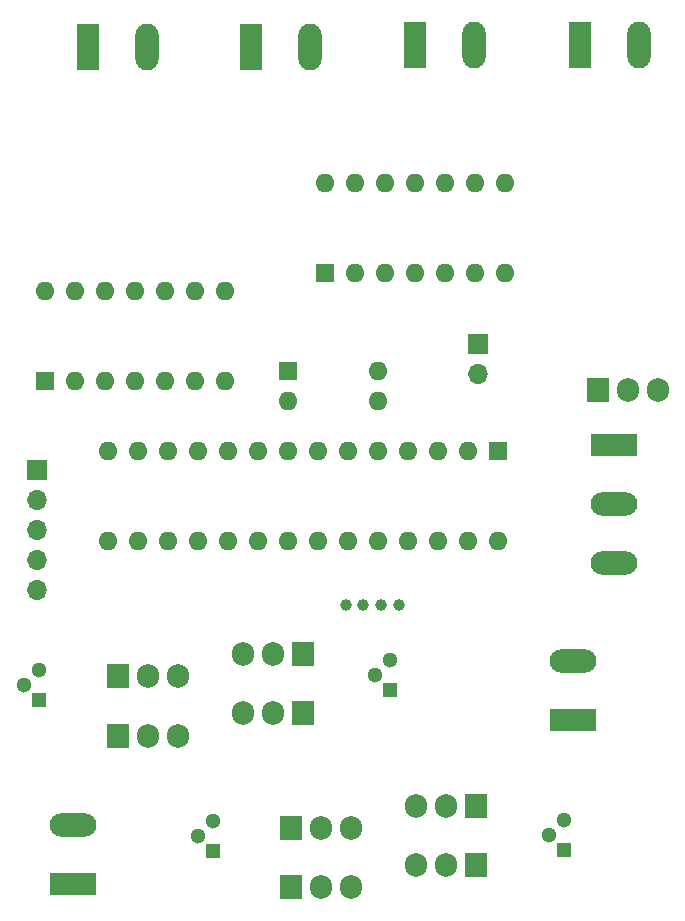
<source format=gbr>
%TF.GenerationSoftware,KiCad,Pcbnew,(6.0.2)*%
%TF.CreationDate,2022-03-08T08:53:01-06:00*%
%TF.ProjectId,FundamentalsRobot,46756e64-616d-4656-9e74-616c73526f62,rev?*%
%TF.SameCoordinates,Original*%
%TF.FileFunction,Soldermask,Bot*%
%TF.FilePolarity,Negative*%
%FSLAX46Y46*%
G04 Gerber Fmt 4.6, Leading zero omitted, Abs format (unit mm)*
G04 Created by KiCad (PCBNEW (6.0.2)) date 2022-03-08 08:53:01*
%MOMM*%
%LPD*%
G01*
G04 APERTURE LIST*
%ADD10R,1.905000X2.000000*%
%ADD11O,1.905000X2.000000*%
%ADD12R,1.300000X1.300000*%
%ADD13C,1.300000*%
%ADD14R,1.700000X1.700000*%
%ADD15O,1.700000X1.700000*%
%ADD16R,1.600000X1.600000*%
%ADD17O,1.600000X1.600000*%
%ADD18R,1.980000X3.960000*%
%ADD19O,1.980000X3.960000*%
%ADD20R,3.960000X1.980000*%
%ADD21O,3.960000X1.980000*%
%ADD22C,1.000000*%
G04 APERTURE END LIST*
D10*
%TO.C,U2*%
X150320000Y-90860000D03*
D11*
X152860000Y-90860000D03*
X155400000Y-90860000D03*
%TD*%
D10*
%TO.C,Q4*%
X125400000Y-118220000D03*
D11*
X122860000Y-118220000D03*
X120320000Y-118220000D03*
%TD*%
D12*
%TO.C,Q12*%
X147440000Y-129775000D03*
D13*
X146170000Y-128505000D03*
X147440000Y-127235000D03*
%TD*%
D14*
%TO.C,SW1*%
X140190000Y-86995000D03*
D15*
X140190000Y-89535000D03*
%TD*%
D16*
%TO.C,U1*%
X127225000Y-80965000D03*
D17*
X129765000Y-80965000D03*
X132305000Y-80965000D03*
X134845000Y-80965000D03*
X137385000Y-80965000D03*
X139925000Y-80965000D03*
X142465000Y-80965000D03*
X142465000Y-73345000D03*
X139925000Y-73345000D03*
X137385000Y-73345000D03*
X134845000Y-73345000D03*
X132305000Y-73345000D03*
X129765000Y-73345000D03*
X127225000Y-73345000D03*
%TD*%
D12*
%TO.C,Q1*%
X103020000Y-117130000D03*
D13*
X101750000Y-115860000D03*
X103020000Y-114590000D03*
%TD*%
D18*
%TO.C,J5*%
X107160000Y-61790000D03*
D19*
X112160000Y-61790000D03*
%TD*%
D20*
%TO.C,J1*%
X151680000Y-95505000D03*
D21*
X151680000Y-100505000D03*
X151680000Y-105505000D03*
%TD*%
D18*
%TO.C,J6*%
X148835000Y-61670000D03*
D19*
X153835000Y-61670000D03*
%TD*%
D10*
%TO.C,Q10*%
X140060000Y-131070000D03*
D11*
X137520000Y-131070000D03*
X134980000Y-131070000D03*
%TD*%
D10*
%TO.C,Q5*%
X125380000Y-113205000D03*
D11*
X122840000Y-113205000D03*
X120300000Y-113205000D03*
%TD*%
D20*
%TO.C,J8*%
X148200000Y-118815000D03*
D21*
X148200000Y-113815000D03*
%TD*%
D12*
%TO.C,Q6*%
X132770000Y-116245000D03*
D13*
X131500000Y-114975000D03*
X132770000Y-113705000D03*
%TD*%
D18*
%TO.C,J7*%
X134845000Y-61670000D03*
D19*
X139845000Y-61670000D03*
%TD*%
D10*
%TO.C,Q9*%
X124370000Y-132950000D03*
D11*
X126910000Y-132950000D03*
X129450000Y-132950000D03*
%TD*%
D14*
%TO.C,J3*%
X102810000Y-97590000D03*
D15*
X102810000Y-100130000D03*
X102810000Y-102670000D03*
X102810000Y-105210000D03*
X102810000Y-107750000D03*
%TD*%
D10*
%TO.C,Q3*%
X109710000Y-120120000D03*
D11*
X112250000Y-120120000D03*
X114790000Y-120120000D03*
%TD*%
D12*
%TO.C,Q7*%
X117730000Y-129840000D03*
D13*
X116460000Y-128570000D03*
X117730000Y-127300000D03*
%TD*%
D22*
%TO.C,D1*%
X128990000Y-109030000D03*
X131990000Y-109030000D03*
X133490000Y-109030000D03*
X130490000Y-109030000D03*
%TD*%
D18*
%TO.C,J2*%
X120985000Y-61820000D03*
D19*
X125985000Y-61820000D03*
%TD*%
D10*
%TO.C,Q11*%
X140050000Y-126040000D03*
D11*
X137510000Y-126040000D03*
X134970000Y-126040000D03*
%TD*%
D10*
%TO.C,Q2*%
X109700000Y-115095000D03*
D11*
X112240000Y-115095000D03*
X114780000Y-115095000D03*
%TD*%
D16*
%TO.C,U3*%
X141860000Y-96045000D03*
D17*
X139320000Y-96045000D03*
X136780000Y-96045000D03*
X134240000Y-96045000D03*
X131700000Y-96045000D03*
X129160000Y-96045000D03*
X126620000Y-96045000D03*
X124080000Y-96045000D03*
X121540000Y-96045000D03*
X119000000Y-96045000D03*
X116460000Y-96045000D03*
X113920000Y-96045000D03*
X111380000Y-96045000D03*
X108840000Y-96045000D03*
X108840000Y-103665000D03*
X111380000Y-103665000D03*
X113920000Y-103665000D03*
X116460000Y-103665000D03*
X119000000Y-103665000D03*
X121540000Y-103665000D03*
X124080000Y-103665000D03*
X126620000Y-103665000D03*
X129160000Y-103665000D03*
X131700000Y-103665000D03*
X134240000Y-103665000D03*
X136780000Y-103665000D03*
X139320000Y-103665000D03*
X141860000Y-103665000D03*
%TD*%
D16*
%TO.C,U4*%
X103565000Y-90065000D03*
D17*
X106105000Y-90065000D03*
X108645000Y-90065000D03*
X111185000Y-90065000D03*
X113725000Y-90065000D03*
X116265000Y-90065000D03*
X118805000Y-90065000D03*
X118805000Y-82445000D03*
X116265000Y-82445000D03*
X113725000Y-82445000D03*
X111185000Y-82445000D03*
X108645000Y-82445000D03*
X106105000Y-82445000D03*
X103565000Y-82445000D03*
%TD*%
D10*
%TO.C,Q8*%
X124370000Y-127940000D03*
D11*
X126910000Y-127940000D03*
X129450000Y-127940000D03*
%TD*%
D16*
%TO.C,SW2*%
X124125000Y-89270000D03*
D17*
X124125000Y-91810000D03*
X131745000Y-91810000D03*
X131745000Y-89270000D03*
%TD*%
D20*
%TO.C,J4*%
X105870000Y-132700000D03*
D21*
X105870000Y-127700000D03*
%TD*%
M02*

</source>
